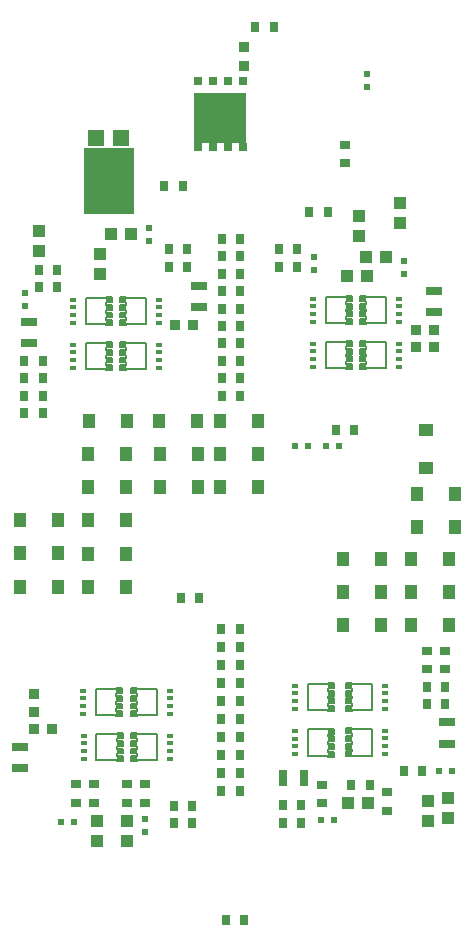
<source format=gbp>
G04 #@! TF.GenerationSoftware,KiCad,Pcbnew,(5.1.9)-1*
G04 #@! TF.CreationDate,2021-04-21T23:02:33-04:00*
G04 #@! TF.ProjectId,RoboRIO-IO-Link-Master,526f626f-5249-44f2-9d49-4f2d4c696e6b,rev?*
G04 #@! TF.SameCoordinates,Original*
G04 #@! TF.FileFunction,Paste,Bot*
G04 #@! TF.FilePolarity,Positive*
%FSLAX46Y46*%
G04 Gerber Fmt 4.6, Leading zero omitted, Abs format (unit mm)*
G04 Created by KiCad (PCBNEW (5.1.9)-1) date 2021-04-21 23:02:33*
%MOMM*%
%LPD*%
G01*
G04 APERTURE LIST*
%ADD10C,0.152400*%
%ADD11R,0.762000X0.812800*%
%ADD12R,0.508000X0.406400*%
%ADD13R,0.558800X0.406400*%
%ADD14R,1.092200X1.193800*%
%ADD15R,1.193800X1.092200*%
%ADD16R,1.450000X0.803200*%
%ADD17R,0.812800X0.762000*%
%ADD18R,0.803200X1.450000*%
%ADD19R,0.930000X0.870000*%
%ADD20R,4.510001X4.295000*%
%ADD21R,0.675000X0.655000*%
%ADD22R,0.675000X0.750001*%
%ADD23R,0.500000X0.605600*%
%ADD24R,1.000000X1.100000*%
%ADD25R,1.100000X1.000000*%
%ADD26R,0.870000X0.930000*%
%ADD27R,0.605600X0.500000*%
%ADD28R,1.397000X1.447800*%
%ADD29R,4.191000X5.613400*%
G04 APERTURE END LIST*
D10*
X46844100Y-126273199D02*
X46844100Y-126679599D01*
X47352100Y-126273199D02*
X46844100Y-126273199D01*
X47352100Y-126029601D02*
X47352100Y-126273199D01*
X46844100Y-126029601D02*
X47352100Y-126029601D01*
X46844100Y-125623201D02*
X46844100Y-126029601D01*
X47352100Y-125623201D02*
X46844100Y-125623201D01*
X47352100Y-125379599D02*
X47352100Y-125623201D01*
X46844100Y-125379599D02*
X47352100Y-125379599D01*
X46844100Y-124973199D02*
X46844100Y-125379599D01*
X47352100Y-124973199D02*
X46844100Y-124973199D01*
X47352100Y-124729601D02*
X47352100Y-124973199D01*
X46844100Y-124729601D02*
X47352100Y-124729601D01*
X46844100Y-124323201D02*
X46844100Y-124729601D01*
X47352100Y-124323201D02*
X46844100Y-124323201D01*
X47352102Y-124383800D02*
X47352100Y-124323201D01*
X49079302Y-124383800D02*
X47352102Y-124383800D01*
X49079302Y-126619000D02*
X49079302Y-124383800D01*
X47352102Y-126619000D02*
X49079302Y-126619000D01*
X47352100Y-126679599D02*
X47352102Y-126619000D01*
X46844100Y-126679599D02*
X47352100Y-126679599D01*
X46844100Y-122463199D02*
X46844100Y-122869599D01*
X47352100Y-122463199D02*
X46844100Y-122463199D01*
X47352100Y-122219601D02*
X47352100Y-122463199D01*
X46844100Y-122219601D02*
X47352100Y-122219601D01*
X46844100Y-121813201D02*
X46844100Y-122219601D01*
X47352100Y-121813201D02*
X46844100Y-121813201D01*
X47352100Y-121569599D02*
X47352100Y-121813201D01*
X46844100Y-121569599D02*
X47352100Y-121569599D01*
X46844100Y-121163199D02*
X46844100Y-121569599D01*
X47352100Y-121163199D02*
X46844100Y-121163199D01*
X47352100Y-120919601D02*
X47352100Y-121163199D01*
X46844100Y-120919601D02*
X47352100Y-120919601D01*
X46844100Y-120513201D02*
X46844100Y-120919601D01*
X47352100Y-120513201D02*
X46844100Y-120513201D01*
X47352102Y-120573800D02*
X47352100Y-120513201D01*
X49079302Y-120573800D02*
X47352102Y-120573800D01*
X49079302Y-122809000D02*
X49079302Y-120573800D01*
X47352102Y-122809000D02*
X49079302Y-122809000D01*
X47352100Y-122869599D02*
X47352102Y-122809000D01*
X46844100Y-122869599D02*
X47352100Y-122869599D01*
X46145300Y-124729601D02*
X46145300Y-124323201D01*
X45637300Y-124729601D02*
X46145300Y-124729601D01*
X45637300Y-124973199D02*
X45637300Y-124729601D01*
X46145300Y-124973199D02*
X45637300Y-124973199D01*
X46145300Y-125379599D02*
X46145300Y-124973199D01*
X45637300Y-125379599D02*
X46145300Y-125379599D01*
X45637300Y-125623201D02*
X45637300Y-125379599D01*
X46145300Y-125623201D02*
X45637300Y-125623201D01*
X46145300Y-126029601D02*
X46145300Y-125623201D01*
X45637300Y-126029601D02*
X46145300Y-126029601D01*
X45637300Y-126273199D02*
X45637300Y-126029601D01*
X46145300Y-126273199D02*
X45637300Y-126273199D01*
X46145300Y-126679599D02*
X46145300Y-126273199D01*
X45637300Y-126679599D02*
X46145300Y-126679599D01*
X45637298Y-126619000D02*
X45637300Y-126679599D01*
X43910098Y-126619000D02*
X45637298Y-126619000D01*
X43910098Y-124383800D02*
X43910098Y-126619000D01*
X45637298Y-124383800D02*
X43910098Y-124383800D01*
X45637300Y-124323201D02*
X45637298Y-124383800D01*
X46145300Y-124323201D02*
X45637300Y-124323201D01*
X46119900Y-120919601D02*
X46119900Y-120513201D01*
X45611900Y-120919601D02*
X46119900Y-120919601D01*
X45611900Y-121163199D02*
X45611900Y-120919601D01*
X46119900Y-121163199D02*
X45611900Y-121163199D01*
X46119900Y-121569599D02*
X46119900Y-121163199D01*
X45611900Y-121569599D02*
X46119900Y-121569599D01*
X45611900Y-121813201D02*
X45611900Y-121569599D01*
X46119900Y-121813201D02*
X45611900Y-121813201D01*
X46119900Y-122219601D02*
X46119900Y-121813201D01*
X45611900Y-122219601D02*
X46119900Y-122219601D01*
X45611900Y-122463199D02*
X45611900Y-122219601D01*
X46119900Y-122463199D02*
X45611900Y-122463199D01*
X46119900Y-122869599D02*
X46119900Y-122463199D01*
X45611900Y-122869599D02*
X46119900Y-122869599D01*
X45611898Y-122809000D02*
X45611900Y-122869599D01*
X43884698Y-122809000D02*
X45611898Y-122809000D01*
X43884698Y-120573800D02*
X43884698Y-122809000D01*
X45611898Y-120573800D02*
X43884698Y-120573800D01*
X45611900Y-120513201D02*
X45611898Y-120573800D01*
X46119900Y-120513201D02*
X45611900Y-120513201D01*
X54729499Y-71721201D02*
X54729499Y-70486202D01*
X56299499Y-71721201D02*
X54729499Y-71721201D01*
X56299499Y-70486202D02*
X56299499Y-71721201D01*
X54729499Y-70486202D02*
X56299499Y-70486202D01*
X54109501Y-71721201D02*
X54109501Y-70486202D01*
X52539501Y-71721201D02*
X54109501Y-71721201D01*
X52539501Y-70486202D02*
X52539501Y-71721201D01*
X54109501Y-70486202D02*
X52539501Y-70486202D01*
X54729499Y-73806200D02*
X54729499Y-72221200D01*
X56299499Y-73806200D02*
X54729499Y-73806200D01*
X56299499Y-72221200D02*
X56299499Y-73806200D01*
X54729499Y-72221200D02*
X56299499Y-72221200D01*
X54109501Y-73806200D02*
X54109501Y-72221200D01*
X52539501Y-73806200D02*
X54109501Y-73806200D01*
X52539501Y-72221200D02*
X52539501Y-73806200D01*
X54109501Y-72221200D02*
X52539501Y-72221200D01*
X64052300Y-120487801D02*
X64052300Y-120081401D01*
X63544300Y-120487801D02*
X64052300Y-120487801D01*
X63544300Y-120731399D02*
X63544300Y-120487801D01*
X64052300Y-120731399D02*
X63544300Y-120731399D01*
X64052300Y-121137799D02*
X64052300Y-120731399D01*
X63544300Y-121137799D02*
X64052300Y-121137799D01*
X63544300Y-121381401D02*
X63544300Y-121137799D01*
X64052300Y-121381401D02*
X63544300Y-121381401D01*
X64052300Y-121787801D02*
X64052300Y-121381401D01*
X63544300Y-121787801D02*
X64052300Y-121787801D01*
X63544300Y-122031399D02*
X63544300Y-121787801D01*
X64052300Y-122031399D02*
X63544300Y-122031399D01*
X64052300Y-122437799D02*
X64052300Y-122031399D01*
X63544300Y-122437799D02*
X64052300Y-122437799D01*
X63544298Y-122377200D02*
X63544300Y-122437799D01*
X61817098Y-122377200D02*
X63544298Y-122377200D01*
X61817098Y-120142000D02*
X61817098Y-122377200D01*
X63544298Y-120142000D02*
X61817098Y-120142000D01*
X63544300Y-120081401D02*
X63544298Y-120142000D01*
X64052300Y-120081401D02*
X63544300Y-120081401D01*
X64052300Y-124348601D02*
X64052300Y-123942201D01*
X63544300Y-124348601D02*
X64052300Y-124348601D01*
X63544300Y-124592199D02*
X63544300Y-124348601D01*
X64052300Y-124592199D02*
X63544300Y-124592199D01*
X64052300Y-124998599D02*
X64052300Y-124592199D01*
X63544300Y-124998599D02*
X64052300Y-124998599D01*
X63544300Y-125242201D02*
X63544300Y-124998599D01*
X64052300Y-125242201D02*
X63544300Y-125242201D01*
X64052300Y-125648601D02*
X64052300Y-125242201D01*
X63544300Y-125648601D02*
X64052300Y-125648601D01*
X63544300Y-125892199D02*
X63544300Y-125648601D01*
X64052300Y-125892199D02*
X63544300Y-125892199D01*
X64052300Y-126298599D02*
X64052300Y-125892199D01*
X63544300Y-126298599D02*
X64052300Y-126298599D01*
X63544298Y-126238000D02*
X63544300Y-126298599D01*
X61817098Y-126238000D02*
X63544298Y-126238000D01*
X61817098Y-124002800D02*
X61817098Y-126238000D01*
X63544298Y-124002800D02*
X61817098Y-124002800D01*
X63544300Y-123942201D02*
X63544298Y-124002800D01*
X64052300Y-123942201D02*
X63544300Y-123942201D01*
X65030500Y-125866799D02*
X65030500Y-126273199D01*
X65538500Y-125866799D02*
X65030500Y-125866799D01*
X65538500Y-125623201D02*
X65538500Y-125866799D01*
X65030500Y-125623201D02*
X65538500Y-125623201D01*
X65030500Y-125216801D02*
X65030500Y-125623201D01*
X65538500Y-125216801D02*
X65030500Y-125216801D01*
X65538500Y-124973199D02*
X65538500Y-125216801D01*
X65030500Y-124973199D02*
X65538500Y-124973199D01*
X65030500Y-124566799D02*
X65030500Y-124973199D01*
X65538500Y-124566799D02*
X65030500Y-124566799D01*
X65538500Y-124323201D02*
X65538500Y-124566799D01*
X65030500Y-124323201D02*
X65538500Y-124323201D01*
X65030500Y-123916801D02*
X65030500Y-124323201D01*
X65538500Y-123916801D02*
X65030500Y-123916801D01*
X65538502Y-123977400D02*
X65538500Y-123916801D01*
X67265702Y-123977400D02*
X65538502Y-123977400D01*
X67265702Y-126212600D02*
X67265702Y-123977400D01*
X65538502Y-126212600D02*
X67265702Y-126212600D01*
X65538500Y-126273199D02*
X65538502Y-126212600D01*
X65030500Y-126273199D02*
X65538500Y-126273199D01*
X65030500Y-122031399D02*
X65030500Y-122437799D01*
X65538500Y-122031399D02*
X65030500Y-122031399D01*
X65538500Y-121787801D02*
X65538500Y-122031399D01*
X65030500Y-121787801D02*
X65538500Y-121787801D01*
X65030500Y-121381401D02*
X65030500Y-121787801D01*
X65538500Y-121381401D02*
X65030500Y-121381401D01*
X65538500Y-121137799D02*
X65538500Y-121381401D01*
X65030500Y-121137799D02*
X65538500Y-121137799D01*
X65030500Y-120731399D02*
X65030500Y-121137799D01*
X65538500Y-120731399D02*
X65030500Y-120731399D01*
X65538500Y-120487801D02*
X65538500Y-120731399D01*
X65030500Y-120487801D02*
X65538500Y-120487801D01*
X65030500Y-120081401D02*
X65030500Y-120487801D01*
X65538500Y-120081401D02*
X65030500Y-120081401D01*
X65538502Y-120142000D02*
X65538500Y-120081401D01*
X67265702Y-120142000D02*
X65538502Y-120142000D01*
X67265702Y-122377200D02*
X67265702Y-120142000D01*
X65538502Y-122377200D02*
X67265702Y-122377200D01*
X65538500Y-122437799D02*
X65538502Y-122377200D01*
X65030500Y-122437799D02*
X65538500Y-122437799D01*
X66249700Y-93481799D02*
X66757700Y-93481799D01*
X66757700Y-93481799D02*
X66757702Y-93421200D01*
X66757702Y-93421200D02*
X68484902Y-93421200D01*
X68484902Y-93421200D02*
X68484902Y-91186000D01*
X68484902Y-91186000D02*
X66757702Y-91186000D01*
X66757702Y-91186000D02*
X66757700Y-91125401D01*
X66757700Y-91125401D02*
X66249700Y-91125401D01*
X66249700Y-91125401D02*
X66249700Y-91531801D01*
X66249700Y-91531801D02*
X66757700Y-91531801D01*
X66757700Y-91531801D02*
X66757700Y-91775399D01*
X66757700Y-91775399D02*
X66249700Y-91775399D01*
X66249700Y-91775399D02*
X66249700Y-92181799D01*
X66249700Y-92181799D02*
X66757700Y-92181799D01*
X66757700Y-92181799D02*
X66757700Y-92425401D01*
X66757700Y-92425401D02*
X66249700Y-92425401D01*
X66249700Y-92425401D02*
X66249700Y-92831801D01*
X66249700Y-92831801D02*
X66757700Y-92831801D01*
X66757700Y-92831801D02*
X66757700Y-93075399D01*
X66757700Y-93075399D02*
X66249700Y-93075399D01*
X66249700Y-93075399D02*
X66249700Y-93481799D01*
X65576300Y-91125401D02*
X65068300Y-91125401D01*
X65068300Y-91125401D02*
X65068298Y-91186000D01*
X65068298Y-91186000D02*
X63341098Y-91186000D01*
X63341098Y-91186000D02*
X63341098Y-93421200D01*
X63341098Y-93421200D02*
X65068298Y-93421200D01*
X65068298Y-93421200D02*
X65068300Y-93481799D01*
X65068300Y-93481799D02*
X65576300Y-93481799D01*
X65576300Y-93481799D02*
X65576300Y-93075399D01*
X65576300Y-93075399D02*
X65068300Y-93075399D01*
X65068300Y-93075399D02*
X65068300Y-92831801D01*
X65068300Y-92831801D02*
X65576300Y-92831801D01*
X65576300Y-92831801D02*
X65576300Y-92425401D01*
X65576300Y-92425401D02*
X65068300Y-92425401D01*
X65068300Y-92425401D02*
X65068300Y-92181799D01*
X65068300Y-92181799D02*
X65576300Y-92181799D01*
X65576300Y-92181799D02*
X65576300Y-91775399D01*
X65576300Y-91775399D02*
X65068300Y-91775399D01*
X65068300Y-91775399D02*
X65068300Y-91531801D01*
X65068300Y-91531801D02*
X65576300Y-91531801D01*
X65576300Y-91531801D02*
X65576300Y-91125401D01*
X65576300Y-87315401D02*
X65068300Y-87315401D01*
X65068300Y-87315401D02*
X65068298Y-87376000D01*
X65068298Y-87376000D02*
X63341098Y-87376000D01*
X63341098Y-87376000D02*
X63341098Y-89611200D01*
X63341098Y-89611200D02*
X65068298Y-89611200D01*
X65068298Y-89611200D02*
X65068300Y-89671799D01*
X65068300Y-89671799D02*
X65576300Y-89671799D01*
X65576300Y-89671799D02*
X65576300Y-89265399D01*
X65576300Y-89265399D02*
X65068300Y-89265399D01*
X65068300Y-89265399D02*
X65068300Y-89021801D01*
X65068300Y-89021801D02*
X65576300Y-89021801D01*
X65576300Y-89021801D02*
X65576300Y-88615401D01*
X65576300Y-88615401D02*
X65068300Y-88615401D01*
X65068300Y-88615401D02*
X65068300Y-88371799D01*
X65068300Y-88371799D02*
X65576300Y-88371799D01*
X65576300Y-88371799D02*
X65576300Y-87965399D01*
X65576300Y-87965399D02*
X65068300Y-87965399D01*
X65068300Y-87965399D02*
X65068300Y-87721801D01*
X65068300Y-87721801D02*
X65576300Y-87721801D01*
X65576300Y-87721801D02*
X65576300Y-87315401D01*
X66249700Y-89671799D02*
X66757700Y-89671799D01*
X66757700Y-89671799D02*
X66757702Y-89611200D01*
X66757702Y-89611200D02*
X68484902Y-89611200D01*
X68484902Y-89611200D02*
X68484902Y-87376000D01*
X68484902Y-87376000D02*
X66757702Y-87376000D01*
X66757702Y-87376000D02*
X66757700Y-87315401D01*
X66757700Y-87315401D02*
X66249700Y-87315401D01*
X66249700Y-87315401D02*
X66249700Y-87721801D01*
X66249700Y-87721801D02*
X66757700Y-87721801D01*
X66757700Y-87721801D02*
X66757700Y-87965399D01*
X66757700Y-87965399D02*
X66249700Y-87965399D01*
X66249700Y-87965399D02*
X66249700Y-88371799D01*
X66249700Y-88371799D02*
X66757700Y-88371799D01*
X66757700Y-88371799D02*
X66757700Y-88615401D01*
X66757700Y-88615401D02*
X66249700Y-88615401D01*
X66249700Y-88615401D02*
X66249700Y-89021801D01*
X66249700Y-89021801D02*
X66757700Y-89021801D01*
X66757700Y-89021801D02*
X66757700Y-89265399D01*
X66757700Y-89265399D02*
X66249700Y-89265399D01*
X66249700Y-89265399D02*
X66249700Y-89671799D01*
X45256300Y-91633401D02*
X45256300Y-91227001D01*
X44748300Y-91633401D02*
X45256300Y-91633401D01*
X44748300Y-91876999D02*
X44748300Y-91633401D01*
X45256300Y-91876999D02*
X44748300Y-91876999D01*
X45256300Y-92283399D02*
X45256300Y-91876999D01*
X44748300Y-92283399D02*
X45256300Y-92283399D01*
X44748300Y-92527001D02*
X44748300Y-92283399D01*
X45256300Y-92527001D02*
X44748300Y-92527001D01*
X45256300Y-92933401D02*
X45256300Y-92527001D01*
X44748300Y-92933401D02*
X45256300Y-92933401D01*
X44748300Y-93176999D02*
X44748300Y-92933401D01*
X45256300Y-93176999D02*
X44748300Y-93176999D01*
X45256300Y-93583399D02*
X45256300Y-93176999D01*
X44748300Y-93583399D02*
X45256300Y-93583399D01*
X44748298Y-93522800D02*
X44748300Y-93583399D01*
X43021098Y-93522800D02*
X44748298Y-93522800D01*
X43021098Y-91287600D02*
X43021098Y-93522800D01*
X44748298Y-91287600D02*
X43021098Y-91287600D01*
X44748300Y-91227001D02*
X44748298Y-91287600D01*
X45256300Y-91227001D02*
X44748300Y-91227001D01*
X45929700Y-93176999D02*
X45929700Y-93583399D01*
X46437700Y-93176999D02*
X45929700Y-93176999D01*
X46437700Y-92933401D02*
X46437700Y-93176999D01*
X45929700Y-92933401D02*
X46437700Y-92933401D01*
X45929700Y-92527001D02*
X45929700Y-92933401D01*
X46437700Y-92527001D02*
X45929700Y-92527001D01*
X46437700Y-92283399D02*
X46437700Y-92527001D01*
X45929700Y-92283399D02*
X46437700Y-92283399D01*
X45929700Y-91876999D02*
X45929700Y-92283399D01*
X46437700Y-91876999D02*
X45929700Y-91876999D01*
X46437700Y-91633401D02*
X46437700Y-91876999D01*
X45929700Y-91633401D02*
X46437700Y-91633401D01*
X45929700Y-91227001D02*
X45929700Y-91633401D01*
X46437700Y-91227001D02*
X45929700Y-91227001D01*
X46437702Y-91287600D02*
X46437700Y-91227001D01*
X48164902Y-91287600D02*
X46437702Y-91287600D01*
X48164902Y-93522800D02*
X48164902Y-91287600D01*
X46437702Y-93522800D02*
X48164902Y-93522800D01*
X46437700Y-93583399D02*
X46437702Y-93522800D01*
X45929700Y-93583399D02*
X46437700Y-93583399D01*
X45929700Y-89366999D02*
X45929700Y-89773399D01*
X46437700Y-89366999D02*
X45929700Y-89366999D01*
X46437700Y-89123401D02*
X46437700Y-89366999D01*
X45929700Y-89123401D02*
X46437700Y-89123401D01*
X45929700Y-88717001D02*
X45929700Y-89123401D01*
X46437700Y-88717001D02*
X45929700Y-88717001D01*
X46437700Y-88473399D02*
X46437700Y-88717001D01*
X45929700Y-88473399D02*
X46437700Y-88473399D01*
X45929700Y-88066999D02*
X45929700Y-88473399D01*
X46437700Y-88066999D02*
X45929700Y-88066999D01*
X46437700Y-87823401D02*
X46437700Y-88066999D01*
X45929700Y-87823401D02*
X46437700Y-87823401D01*
X45929700Y-87417001D02*
X45929700Y-87823401D01*
X46437700Y-87417001D02*
X45929700Y-87417001D01*
X46437702Y-87477600D02*
X46437700Y-87417001D01*
X48164902Y-87477600D02*
X46437702Y-87477600D01*
X48164902Y-89712800D02*
X48164902Y-87477600D01*
X46437702Y-89712800D02*
X48164902Y-89712800D01*
X46437700Y-89773399D02*
X46437702Y-89712800D01*
X45929700Y-89773399D02*
X46437700Y-89773399D01*
X45256300Y-87823401D02*
X45256300Y-87417001D01*
X44748300Y-87823401D02*
X45256300Y-87823401D01*
X44748300Y-88066999D02*
X44748300Y-87823401D01*
X45256300Y-88066999D02*
X44748300Y-88066999D01*
X45256300Y-88473399D02*
X45256300Y-88066999D01*
X44748300Y-88473399D02*
X45256300Y-88473399D01*
X44748300Y-88717001D02*
X44748300Y-88473399D01*
X45256300Y-88717001D02*
X44748300Y-88717001D01*
X45256300Y-89123401D02*
X45256300Y-88717001D01*
X44748300Y-89123401D02*
X45256300Y-89123401D01*
X44748300Y-89366999D02*
X44748300Y-89123401D01*
X45256300Y-89366999D02*
X44748300Y-89366999D01*
X45256300Y-89773399D02*
X45256300Y-89366999D01*
X44748300Y-89773399D02*
X45256300Y-89773399D01*
X44748298Y-89712800D02*
X44748300Y-89773399D01*
X43021098Y-89712800D02*
X44748298Y-89712800D01*
X43021098Y-87477600D02*
X43021098Y-89712800D01*
X44748298Y-87477600D02*
X43021098Y-87477600D01*
X44748300Y-87417001D02*
X44748298Y-87477600D01*
X45256300Y-87417001D02*
X44748300Y-87417001D01*
D11*
X51079400Y-112903000D03*
X52628800Y-112903000D03*
D12*
X47098100Y-124526401D03*
X47098100Y-125176399D03*
X47098100Y-125826401D03*
X47098100Y-126476399D03*
D13*
X50133100Y-126476399D03*
X50133100Y-125826401D03*
X50133100Y-125176399D03*
X50133100Y-124526401D03*
D12*
X47098100Y-120716401D03*
X47098100Y-121366399D03*
X47098100Y-122016401D03*
X47098100Y-122666399D03*
D13*
X50133100Y-122666399D03*
X50133100Y-122016401D03*
X50133100Y-121366399D03*
X50133100Y-120716401D03*
D12*
X45891300Y-126476399D03*
X45891300Y-125826401D03*
X45891300Y-125176399D03*
X45891300Y-124526401D03*
D13*
X42856300Y-124526401D03*
X42856300Y-125176399D03*
X42856300Y-125826401D03*
X42856300Y-126476399D03*
D12*
X45865900Y-122666399D03*
X45865900Y-122016401D03*
X45865900Y-121366399D03*
X45865900Y-120716401D03*
D13*
X42830900Y-120716401D03*
X42830900Y-121366399D03*
X42830900Y-122016401D03*
X42830900Y-122666399D03*
D14*
X49288700Y-100685600D03*
X52514500Y-100685600D03*
X49237900Y-97891600D03*
X52463700Y-97891600D03*
X49288700Y-103479600D03*
X52514500Y-103479600D03*
X43243500Y-100685600D03*
X46469300Y-100685600D03*
X43294300Y-97891600D03*
X46520100Y-97891600D03*
X43243500Y-103479600D03*
X46469300Y-103479600D03*
X74256900Y-104089200D03*
X71031100Y-104089200D03*
X74256900Y-106883200D03*
X71031100Y-106883200D03*
D15*
X71831200Y-98615500D03*
X71831200Y-101841300D03*
D14*
X57645300Y-100685600D03*
X54419500Y-100685600D03*
X57594500Y-97891600D03*
X54368700Y-97891600D03*
X57645300Y-103479600D03*
X54419500Y-103479600D03*
X37488299Y-109095699D03*
X40714099Y-109095699D03*
X37452300Y-106273600D03*
X40678100Y-106273600D03*
X37488299Y-111912400D03*
X40714099Y-111912400D03*
X43243500Y-109118400D03*
X46469300Y-109118400D03*
X43243500Y-111912400D03*
X46469300Y-111912400D03*
X43243500Y-106273600D03*
X46469300Y-106273600D03*
X68033900Y-112395000D03*
X64808100Y-112395000D03*
X68033900Y-109601000D03*
X64808100Y-109601000D03*
X68033900Y-115189000D03*
X64808100Y-115189000D03*
X73748900Y-115189000D03*
X70523100Y-115189000D03*
X73748900Y-109601000D03*
X70523100Y-109601000D03*
D16*
X38201600Y-89522400D03*
X38201600Y-91325600D03*
D11*
X39382700Y-92811600D03*
X37833300Y-92811600D03*
X39382700Y-94284800D03*
X37833300Y-94284800D03*
X39382700Y-95758000D03*
X37833300Y-95758000D03*
X39382700Y-97231200D03*
X37833300Y-97231200D03*
X39052500Y-86563200D03*
X40601900Y-86563200D03*
X39039800Y-85090000D03*
X40589200Y-85090000D03*
D16*
X52628800Y-88277600D03*
X52628800Y-86474400D03*
D11*
X51625500Y-84836000D03*
X50076100Y-84836000D03*
X51625500Y-83362800D03*
X50076100Y-83362800D03*
X54546500Y-95732600D03*
X56095900Y-95732600D03*
X54546500Y-92786200D03*
X56095900Y-92786200D03*
X54546500Y-94259400D03*
X56095900Y-94259400D03*
X54546500Y-91313000D03*
X56095900Y-91313000D03*
X54546500Y-89839800D03*
X56095900Y-89839800D03*
D16*
X72491600Y-88684000D03*
X72491600Y-86880800D03*
D11*
X59385200Y-84836000D03*
X60934600Y-84836000D03*
X59372500Y-83362800D03*
X60921900Y-83362800D03*
X54546500Y-88366600D03*
X56095900Y-88366600D03*
X54546500Y-85420200D03*
X56095900Y-85420200D03*
X54546500Y-86893400D03*
X56095900Y-86893400D03*
X54546500Y-83947000D03*
X56095900Y-83947000D03*
X54546500Y-82473800D03*
X56095900Y-82473800D03*
D17*
X48056800Y-130213100D03*
X48056800Y-128663700D03*
X46532800Y-130213100D03*
X46532800Y-128663700D03*
X43688000Y-130213100D03*
X43688000Y-128663700D03*
X42164000Y-130213100D03*
X42164000Y-128663700D03*
D16*
X37439600Y-125488800D03*
X37439600Y-127292000D03*
D11*
X52031900Y-131927600D03*
X50482500Y-131927600D03*
X52031900Y-130454400D03*
X50482500Y-130454400D03*
X54495700Y-129184400D03*
X56045100Y-129184400D03*
X54495700Y-127660400D03*
X56045100Y-127660400D03*
X54495700Y-126136400D03*
X56045100Y-126136400D03*
X54495700Y-124612400D03*
X56045100Y-124612400D03*
X54495700Y-123088400D03*
X56045100Y-123088400D03*
D16*
X73609200Y-125209200D03*
X73609200Y-123406000D03*
D17*
X73406000Y-118872000D03*
X73406000Y-117322600D03*
X71907400Y-118872000D03*
X71907400Y-117322600D03*
D11*
X71894700Y-121869200D03*
X73444100Y-121869200D03*
X71894700Y-120370600D03*
X73444100Y-120370600D03*
X71513700Y-127508000D03*
X69964300Y-127508000D03*
D17*
X68554600Y-130873500D03*
X68554600Y-129324100D03*
D11*
X67068700Y-128676400D03*
X65519300Y-128676400D03*
D17*
X63042800Y-130263900D03*
X63042800Y-128714500D03*
D18*
X59702800Y-128117600D03*
X61506000Y-128117600D03*
D11*
X59728100Y-131927600D03*
X61277500Y-131927600D03*
X59728100Y-130403600D03*
X61277500Y-130403600D03*
X54495700Y-121564400D03*
X56045100Y-121564400D03*
X54495700Y-120040400D03*
X56045100Y-120040400D03*
X54495700Y-118516400D03*
X56045100Y-118516400D03*
X54495700Y-116992400D03*
X56045100Y-116992400D03*
X54495700Y-115468400D03*
X56045100Y-115468400D03*
X51219100Y-77978000D03*
X49669700Y-77978000D03*
X58940700Y-64516000D03*
X57391300Y-64516000D03*
X56451500Y-140106400D03*
X54902100Y-140106400D03*
X65747900Y-98653600D03*
X64198500Y-98653600D03*
D19*
X56388000Y-66230500D03*
X56388000Y-67790500D03*
D11*
X63512700Y-80162400D03*
X61963300Y-80162400D03*
D17*
X64973200Y-76060300D03*
X64973200Y-74510900D03*
D20*
X54419500Y-72199500D03*
D21*
X52502006Y-74674499D03*
X53780337Y-74674499D03*
X55058668Y-74674499D03*
X56336999Y-74674499D03*
D22*
X56336999Y-69121899D03*
X55058668Y-69121899D03*
X53780337Y-69121899D03*
X52502006Y-69121899D03*
D23*
X37896800Y-87077200D03*
X37896800Y-88182800D03*
D24*
X39065200Y-81801600D03*
X39065200Y-83501600D03*
X44246800Y-83732000D03*
X44246800Y-85432000D03*
D25*
X45137600Y-82092800D03*
X46837600Y-82092800D03*
D26*
X52138800Y-89763600D03*
X50578800Y-89763600D03*
D23*
X48361600Y-82645600D03*
X48361600Y-81540000D03*
X62382400Y-84029200D03*
X62382400Y-85134800D03*
D25*
X66876400Y-85598000D03*
X65176400Y-85598000D03*
D24*
X66141600Y-80494400D03*
X66141600Y-82194400D03*
X69621400Y-79402200D03*
X69621400Y-81102200D03*
D25*
X66727600Y-83972400D03*
X68427600Y-83972400D03*
D26*
X72509600Y-91643200D03*
X70949600Y-91643200D03*
D23*
X69951600Y-84334000D03*
X69951600Y-85439600D03*
D26*
X70949600Y-90170000D03*
X72509600Y-90170000D03*
D23*
X48006000Y-131578000D03*
X48006000Y-132683600D03*
D24*
X46532800Y-133488800D03*
X46532800Y-131788800D03*
X43942000Y-133488800D03*
X43942000Y-131788800D03*
D19*
X38658800Y-120987600D03*
X38658800Y-122547600D03*
D27*
X42005600Y-131876800D03*
X40900000Y-131876800D03*
D26*
X40200800Y-124002800D03*
X38640800Y-124002800D03*
D27*
X72904000Y-127508000D03*
X74009600Y-127508000D03*
D24*
X71983600Y-130048000D03*
X71983600Y-131748000D03*
X73660000Y-131533000D03*
X73660000Y-129833000D03*
D25*
X65190000Y-130251200D03*
X66890000Y-130251200D03*
D27*
X62947200Y-131673600D03*
X64052800Y-131673600D03*
X61817600Y-99974400D03*
X60712000Y-99974400D03*
X63353600Y-100025200D03*
X64459200Y-100025200D03*
D23*
X66852800Y-68484400D03*
X66852800Y-69590000D03*
D28*
X46008000Y-73901300D03*
X43908000Y-73901300D03*
D29*
X44958000Y-77584300D03*
D14*
X73748900Y-112395000D03*
X70523100Y-112395000D03*
D12*
X63798300Y-122234599D03*
X63798300Y-121584601D03*
X63798300Y-120934599D03*
X63798300Y-120284601D03*
D13*
X60763300Y-120284601D03*
X60763300Y-120934599D03*
X60763300Y-121584601D03*
X60763300Y-122234599D03*
D12*
X63798300Y-126095399D03*
X63798300Y-125445401D03*
X63798300Y-124795399D03*
X63798300Y-124145401D03*
D13*
X60763300Y-124145401D03*
X60763300Y-124795399D03*
X60763300Y-125445401D03*
X60763300Y-126095399D03*
D12*
X65284500Y-124120001D03*
X65284500Y-124769999D03*
X65284500Y-125420001D03*
X65284500Y-126069999D03*
D13*
X68319500Y-126069999D03*
X68319500Y-125420001D03*
X68319500Y-124769999D03*
X68319500Y-124120001D03*
D12*
X65284500Y-120284601D03*
X65284500Y-120934599D03*
X65284500Y-121584601D03*
X65284500Y-122234599D03*
D13*
X68319500Y-122234599D03*
X68319500Y-121584601D03*
X68319500Y-120934599D03*
X68319500Y-120284601D03*
X69538700Y-91328601D03*
X69538700Y-91978599D03*
X69538700Y-92628601D03*
X69538700Y-93278599D03*
D12*
X66503700Y-93278599D03*
X66503700Y-92628601D03*
X66503700Y-91978599D03*
X66503700Y-91328601D03*
D13*
X62287300Y-93278599D03*
X62287300Y-92628601D03*
X62287300Y-91978599D03*
X62287300Y-91328601D03*
D12*
X65322300Y-91328601D03*
X65322300Y-91978599D03*
X65322300Y-92628601D03*
X65322300Y-93278599D03*
D13*
X62287300Y-89468599D03*
X62287300Y-88818601D03*
X62287300Y-88168599D03*
X62287300Y-87518601D03*
D12*
X65322300Y-87518601D03*
X65322300Y-88168599D03*
X65322300Y-88818601D03*
X65322300Y-89468599D03*
D13*
X69538700Y-87518601D03*
X69538700Y-88168599D03*
X69538700Y-88818601D03*
X69538700Y-89468599D03*
D12*
X66503700Y-89468599D03*
X66503700Y-88818601D03*
X66503700Y-88168599D03*
X66503700Y-87518601D03*
X45002300Y-93380199D03*
X45002300Y-92730201D03*
X45002300Y-92080199D03*
X45002300Y-91430201D03*
D13*
X41967300Y-91430201D03*
X41967300Y-92080199D03*
X41967300Y-92730201D03*
X41967300Y-93380199D03*
D12*
X46183700Y-91430201D03*
X46183700Y-92080199D03*
X46183700Y-92730201D03*
X46183700Y-93380199D03*
D13*
X49218700Y-93380199D03*
X49218700Y-92730201D03*
X49218700Y-92080199D03*
X49218700Y-91430201D03*
D12*
X46183700Y-87620201D03*
X46183700Y-88270199D03*
X46183700Y-88920201D03*
X46183700Y-89570199D03*
D13*
X49218700Y-89570199D03*
X49218700Y-88920201D03*
X49218700Y-88270199D03*
X49218700Y-87620201D03*
D12*
X45002300Y-89570199D03*
X45002300Y-88920201D03*
X45002300Y-88270199D03*
X45002300Y-87620201D03*
D13*
X41967300Y-87620201D03*
X41967300Y-88270199D03*
X41967300Y-88920201D03*
X41967300Y-89570199D03*
M02*

</source>
